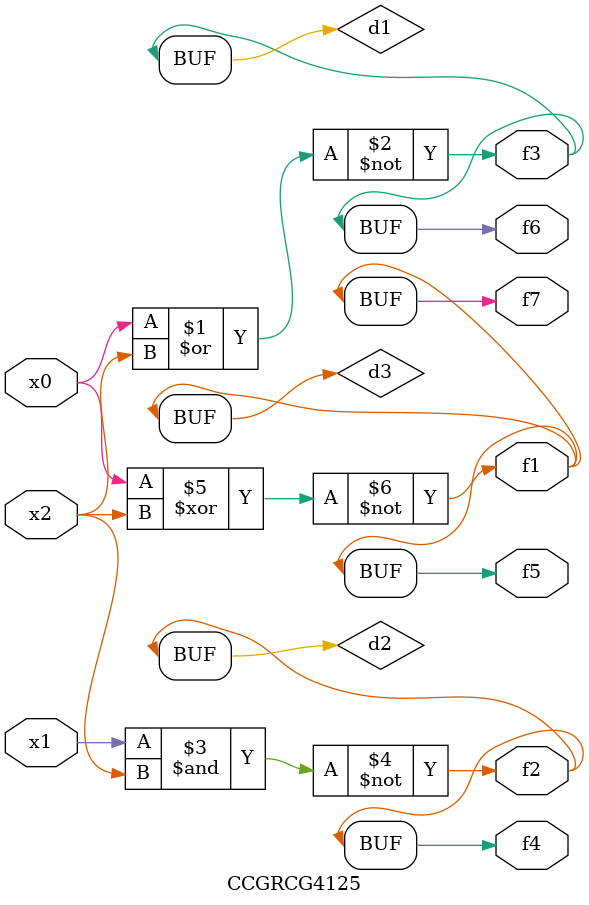
<source format=v>
module CCGRCG4125(
	input x0, x1, x2,
	output f1, f2, f3, f4, f5, f6, f7
);

	wire d1, d2, d3;

	nor (d1, x0, x2);
	nand (d2, x1, x2);
	xnor (d3, x0, x2);
	assign f1 = d3;
	assign f2 = d2;
	assign f3 = d1;
	assign f4 = d2;
	assign f5 = d3;
	assign f6 = d1;
	assign f7 = d3;
endmodule

</source>
